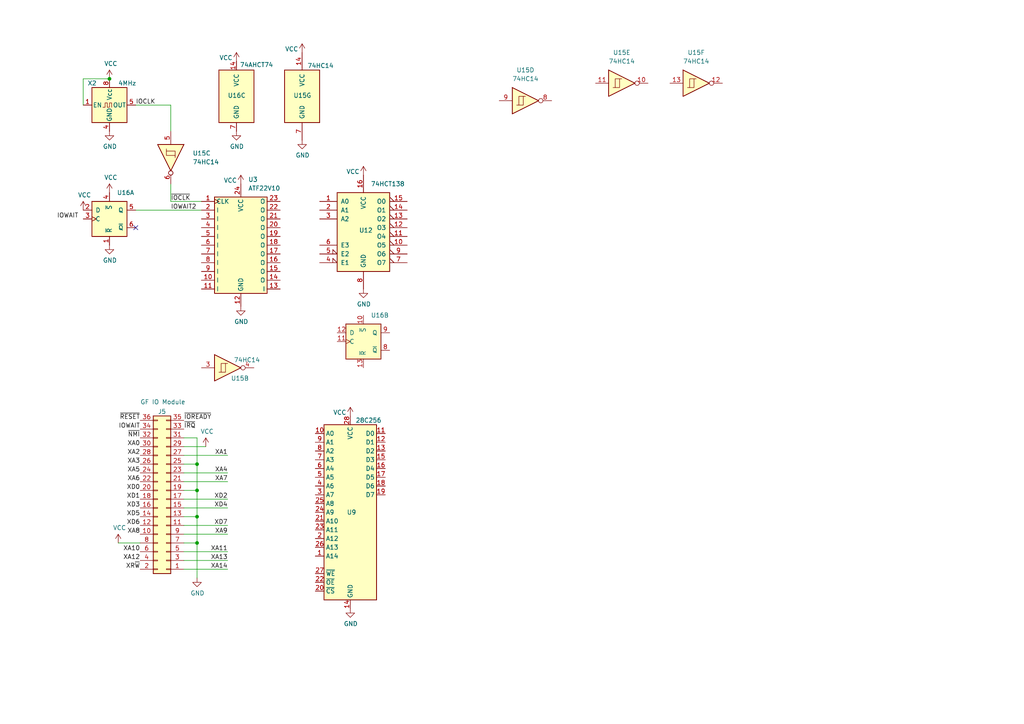
<source format=kicad_sch>
(kicad_sch (version 20250114) (generator "eeschema") (generator_version "9.0")
  (paper "A4")
  (lib_symbols
    (symbol "28C256:28C256"
      (property "Reference" "U" (at -7.62 26.67 0))
      (property "Value" "28C256" (at 2.54 -26.67 0))
      (symbol "28C256_1_1"
        (rectangle (start -7.62 25.4) (end 7.62 -25.4) (stroke (width 0.254)) (fill (type background)))
        (pin input line (at -10.16 22.86 0) (length 2.54) (name "A0") (number "10"))
        (pin input line (at -10.16 20.32 0) (length 2.54) (name "A1") (number "9"))
        (pin input line (at -10.16 17.78 0) (length 2.54) (name "A2") (number "8"))
        (pin input line (at -10.16 15.24 0) (length 2.54) (name "A3") (number "7"))
        (pin input line (at -10.16 12.7 0) (length 2.54) (name "A4") (number "6"))
        (pin input line (at -10.16 10.16 0) (length 2.54) (name "A5") (number "5"))
        (pin input line (at -10.16 7.62 0) (length 2.54) (name "A6") (number "4"))
        (pin input line (at -10.16 5.08 0) (length 2.54) (name "A7") (number "3"))
        (pin input line (at -10.16 2.54 0) (length 2.54) (name "A8") (number "25"))
        (pin input line (at -10.16 0 0) (length 2.54) (name "A9") (number "24"))
        (pin input line (at -10.16 -2.54 0) (length 2.54) (name "A10") (number "21"))
        (pin input line (at -10.16 -5.08 0) (length 2.54) (name "A11") (number "23"))
        (pin input line (at -10.16 -7.62 0) (length 2.54) (name "A12") (number "2"))
        (pin input line (at -10.16 -10.16 0) (length 2.54) (name "A13") (number "26"))
        (pin input line (at -10.16 -12.7 0) (length 2.54) (name "A14") (number "1"))
        (pin input line (at -10.16 -17.78 0) (length 2.54) (name "~{WE}") (number "27"))
        (pin input line (at -10.16 -20.32 0) (length 2.54) (name "~{OE}") (number "22"))
        (pin input line (at -10.16 -22.86 0) (length 2.54) (name "~{CS}") (number "20"))
        (pin power_in line (at 0 27.94 270) (length 2.54) (name "VCC") (number "28"))
        (pin power_in line (at 0 -27.94 90) (length 2.54) (name "GND") (number "14"))
        (pin tri_state line (at 10.16 22.86 180) (length 2.54) (name "D0") (number "11"))
        (pin tri_state line (at 10.16 20.32 180) (length 2.54) (name "D1") (number "12"))
        (pin tri_state line (at 10.16 17.78 180) (length 2.54) (name "D2") (number "13"))
        (pin tri_state line (at 10.16 15.24 180) (length 2.54) (name "D3") (number "15"))
        (pin tri_state line (at 10.16 12.7 180) (length 2.54) (name "D4") (number "16"))
        (pin tri_state line (at 10.16 10.16 180) (length 2.54) (name "D5") (number "17"))
        (pin tri_state line (at 10.16 7.62 180) (length 2.54) (name "D6") (number "18"))
        (pin tri_state line (at 10.16 5.08 180) (length 2.54) (name "D7") (number "19"))
      )
    )
    (symbol "74AHCT74:74AHCT74" (pin_names (offset 1.016))
      (property "Reference" "U15" (at -0.254 -1.524 0))
      (symbol "74AHCT74_1_0"
        (pin input line (at -7.62 2.54 0) (length 2.54) (name "D") (number "2"))
        (pin input clock (at -7.62 0 0) (length 2.54) (name "C") (number "3"))
        (pin input line (at 0 7.62 270) (length 2.54) (name "~{S}") (number "4"))
        (pin input line (at 0 -7.62 90) (length 2.54) (name "~{R}") (number "1"))
        (pin output line (at 7.62 2.54 180) (length 2.54) (name "Q") (number "5"))
        (pin output line (at 7.62 -2.54 180) (length 2.54) (name "~{Q}") (number "6"))
      )
      (symbol "74AHCT74_1_1"
        (rectangle (start -5.08 5.08) (end 5.08 -5.08) (stroke (width 0.254)) (fill (type background)))
      )
      (symbol "74AHCT74_2_0"
        (pin input line (at -7.62 2.54 0) (length 2.54) (name "D") (number "12"))
        (pin input clock (at -7.62 0 0) (length 2.54) (name "C") (number "11"))
        (pin input line (at 0 7.62 270) (length 2.54) (name "~{S}") (number "10"))
        (pin input line (at 0 -7.62 90) (length 2.54) (name "~{R}") (number "13"))
        (pin output line (at 7.62 2.54 180) (length 2.54) (name "Q") (number "9"))
        (pin output line (at 7.62 -2.54 180) (length 2.54) (name "~{Q}") (number "8"))
      )
      (symbol "74AHCT74_2_1"
        (rectangle (start -5.08 5.08) (end 5.08 -5.08) (stroke (width 0.254)) (fill (type background)))
      )
      (symbol "74AHCT74_3_0"
        (pin power_in line (at 0 10.16 270) (length 2.54) (name "VCC") (number "14"))
        (pin power_in line (at 0 -10.16 90) (length 2.54) (name "GND") (number "7"))
      )
      (symbol "74AHCT74_3_1"
        (rectangle (start -5.08 7.62) (end 5.08 -7.62) (stroke (width 0.254)) (fill (type background)))
      )
    )
    (symbol "74HC14:74HC14" (pin_names (offset 1.016))
      (property "Reference" "U" (at 0 1.27 0))
      (property "Value" "74HC14" (at 0 -1.27 0))
      (symbol "74HC14_1_0"
        (polyline (pts (xy -3.81 3.81) (xy -3.81 -3.81) (xy 3.81 0) (xy -3.81 3.81)) (stroke (width 0.254)) (fill (type background)))
        (pin input line (at -7.62 0 0) (length 3.81) (name "~") (number "1"))
        (pin output inverted (at 7.62 0 180) (length 3.81) (name "~") (number "2"))
      )
      (symbol "74HC14_1_1"
        (polyline (pts (xy -2.54 -1.27) (xy -0.635 -1.27) (xy -0.635 1.27) (xy 0 1.27)))
        (polyline (pts (xy -1.905 -1.27) (xy -1.905 1.27) (xy -0.635 1.27)))
      )
      (symbol "74HC14_2_0"
        (polyline (pts (xy -3.81 3.81) (xy -3.81 -3.81) (xy 3.81 0) (xy -3.81 3.81)) (stroke (width 0.254)) (fill (type background)))
        (pin input line (at -7.62 0 0) (length 3.81) (name "~") (number "3"))
        (pin output inverted (at 7.62 0 180) (length 3.81) (name "~") (number "4"))
      )
      (symbol "74HC14_2_1"
        (polyline (pts (xy -2.54 -1.27) (xy -0.635 -1.27) (xy -0.635 1.27) (xy 0 1.27)))
        (polyline (pts (xy -1.905 -1.27) (xy -1.905 1.27) (xy -0.635 1.27)))
      )
      (symbol "74HC14_3_0"
        (polyline (pts (xy -3.81 3.81) (xy -3.81 -3.81) (xy 3.81 0) (xy -3.81 3.81)) (stroke (width 0.254)) (fill (type background)))
        (pin input line (at -7.62 0 0) (length 3.81) (name "~") (number "5"))
        (pin output inverted (at 7.62 0 180) (length 3.81) (name "~") (number "6"))
      )
      (symbol "74HC14_3_1"
        (polyline (pts (xy -2.54 -1.27) (xy -0.635 -1.27) (xy -0.635 1.27) (xy 0 1.27)))
        (polyline (pts (xy -1.905 -1.27) (xy -1.905 1.27) (xy -0.635 1.27)))
      )
      (symbol "74HC14_4_0"
        (polyline (pts (xy -3.81 3.81) (xy -3.81 -3.81) (xy 3.81 0) (xy -3.81 3.81)) (stroke (width 0.254)) (fill (type background)))
        (pin input line (at -7.62 0 0) (length 3.81) (name "~") (number "9"))
        (pin output inverted (at 7.62 0 180) (length 3.81) (name "~") (number "8"))
      )
      (symbol "74HC14_4_1"
        (polyline (pts (xy -2.54 -1.27) (xy -0.635 -1.27) (xy -0.635 1.27) (xy 0 1.27)))
        (polyline (pts (xy -1.905 -1.27) (xy -1.905 1.27) (xy -0.635 1.27)))
      )
      (symbol "74HC14_5_0"
        (polyline (pts (xy -3.81 3.81) (xy -3.81 -3.81) (xy 3.81 0) (xy -3.81 3.81)) (stroke (width 0.254)) (fill (type background)))
        (pin input line (at -7.62 0 0) (length 3.81) (name "~") (number "11"))
        (pin output inverted (at 7.62 0 180) (length 3.81) (name "~") (number "10"))
      )
      (symbol "74HC14_5_1"
        (polyline (pts (xy -2.54 -1.27) (xy -0.635 -1.27) (xy -0.635 1.27) (xy 0 1.27)))
        (polyline (pts (xy -1.905 -1.27) (xy -1.905 1.27) (xy -0.635 1.27)))
      )
      (symbol "74HC14_6_0"
        (polyline (pts (xy -3.81 3.81) (xy -3.81 -3.81) (xy 3.81 0) (xy -3.81 3.81)) (stroke (width 0.254)) (fill (type background)))
        (pin input line (at -7.62 0 0) (length 3.81) (name "~") (number "13"))
        (pin output inverted (at 7.62 0 180) (length 3.81) (name "~") (number "12"))
      )
      (symbol "74HC14_6_1"
        (polyline (pts (xy -2.54 -1.27) (xy -0.635 -1.27) (xy -0.635 1.27) (xy 0 1.27)))
        (polyline (pts (xy -1.905 -1.27) (xy -1.905 1.27) (xy -0.635 1.27)))
      )
      (symbol "74HC14_7_0"
        (pin power_in line (at 0 12.7 270) (length 5.08) (name "VCC") (number "14"))
        (pin power_in line (at 0 -12.7 90) (length 5.08) (name "GND") (number "7"))
      )
      (symbol "74HC14_7_1"
        (rectangle (start -5.08 7.62) (end 5.08 -7.62) (stroke (width 0.254)) (fill (type background)))
      )
    )
    (symbol "74HCT138:74HCT138" (pin_names (offset 1.016))
      (property "Reference" "U" (at -7.62 11.43 0))
      (property "Value" "74HCT138" (at -7.62 -13.97 0))
      (symbol "74HCT138_1_0"
        (pin input line (at -12.7 7.62 0) (length 5.08) (name "A0") (number "1"))
        (pin input line (at -12.7 5.08 0) (length 5.08) (name "A1") (number "2"))
        (pin input line (at -12.7 2.54 0) (length 5.08) (name "A2") (number "3"))
        (pin input line (at -12.7 -5.08 0) (length 5.08) (name "E3") (number "6"))
        (pin input input_low (at -12.7 -7.62 0) (length 5.08) (name "E2") (number "5"))
        (pin input input_low (at -12.7 -10.16 0) (length 5.08) (name "E1") (number "4"))
        (pin power_in line (at 0 15.24 270) (length 5.08) (name "VCC") (number "16"))
        (pin power_in line (at 0 -17.78 90) (length 5.08) (name "GND") (number "8"))
        (pin output output_low (at 12.7 7.62 180) (length 5.08) (name "O0") (number "15"))
        (pin output output_low (at 12.7 5.08 180) (length 5.08) (name "O1") (number "14"))
        (pin output output_low (at 12.7 2.54 180) (length 5.08) (name "O2") (number "13"))
        (pin output output_low (at 12.7 0 180) (length 5.08) (name "O3") (number "12"))
        (pin output output_low (at 12.7 -2.54 180) (length 5.08) (name "O4") (number "11"))
        (pin output output_low (at 12.7 -5.08 180) (length 5.08) (name "O5") (number "10"))
        (pin output output_low (at 12.7 -7.62 180) (length 5.08) (name "O6") (number "9"))
        (pin output output_low (at 12.7 -10.16 180) (length 5.08) (name "O7") (number "7"))
      )
      (symbol "74HCT138_1_1"
        (rectangle (start -7.62 10.16) (end 7.62 -12.7) (stroke (width 0.254)) (fill (type background)))
      )
    )
    (symbol "ATF22V10:ATF22V10"
      (property "Reference" "U" (at 5.08 12.7 0))
      (property "Value" "ATF22V10" (at 5.08 15.24 0))
      (symbol "ATF22V10_0_1"
        (rectangle (start -7.62 11.43) (end 7.62 -16.51) (stroke (width 0.254)) (fill (type background)))
      )
      (symbol "ATF22V10_1_0"
        (pin power_in line (at 0 15.24 270) (length 3.81) (name "VCC") (number "24"))
        (pin power_in line (at 0 -20.32 90) (length 3.81) (name "GND") (number "12"))
      )
      (symbol "ATF22V10_1_1"
        (pin input clock (at -11.43 10.16 0) (length 3.81) (name "CLK") (number "1"))
        (pin input line (at -11.43 7.62 0) (length 3.81) (name "I") (number "2"))
        (pin input line (at -11.43 5.08 0) (length 3.81) (name "I") (number "3"))
        (pin input line (at -11.43 2.54 0) (length 3.81) (name "I") (number "4"))
        (pin input line (at -11.43 0 0) (length 3.81) (name "I") (number "5"))
        (pin input line (at -11.43 -2.54 0) (length 3.81) (name "I") (number "6"))
        (pin input line (at -11.43 -5.08 0) (length 3.81) (name "I") (number "7"))
        (pin input line (at -11.43 -7.62 0) (length 3.81) (name "I") (number "8"))
        (pin input line (at -11.43 -10.16 0) (length 3.81) (name "I") (number "9"))
        (pin input line (at -11.43 -12.7 0) (length 3.81) (name "I") (number "10"))
        (pin input line (at -11.43 -15.24 0) (length 3.81) (name "I") (number "11"))
        (pin bidirectional line (at 11.43 10.16 180) (length 3.81) (name "O") (number "23"))
        (pin bidirectional line (at 11.43 7.62 180) (length 3.81) (name "O") (number "22"))
        (pin bidirectional line (at 11.43 5.08 180) (length 3.81) (name "O") (number "21"))
        (pin bidirectional line (at 11.43 2.54 180) (length 3.81) (name "O") (number "20"))
        (pin bidirectional line (at 11.43 0 180) (length 3.81) (name "O") (number "19"))
        (pin bidirectional line (at 11.43 -2.54 180) (length 3.81) (name "O") (number "18"))
        (pin bidirectional line (at 11.43 -5.08 180) (length 3.81) (name "O") (number "17"))
        (pin bidirectional line (at 11.43 -7.62 180) (length 3.81) (name "O") (number "16"))
        (pin bidirectional line (at 11.43 -10.16 180) (length 3.81) (name "O") (number "15"))
        (pin bidirectional line (at 11.43 -12.7 180) (length 3.81) (name "O") (number "14"))
        (pin bidirectional line (at 11.43 -15.24 180) (length 3.81) (name "I") (number "13"))
      )
    )
    (symbol "Connector_Generic:Conn_02x18_Odd_Even" (pin_names (offset 1.016) (hide yes))
      (property "Reference" "J" (at 1.27 22.86 0))
      (property "Value" "Conn_02x18_Odd_Even" (at 1.27 -25.4 0))
      (symbol "Conn_02x18_Odd_Even_1_1"
        (rectangle (start -1.27 21.59) (end 3.81 -24.13) (stroke (width 0.254)) (fill (type background)))
        (rectangle (start -1.27 20.447) (end 0 20.193) (stroke (width 0.1524)))
        (rectangle (start -1.27 17.907) (end 0 17.653) (stroke (width 0.1524)))
        (rectangle (start -1.27 15.367) (end 0 15.113) (stroke (width 0.1524)))
        (rectangle (start -1.27 12.827) (end 0 12.573) (stroke (width 0.1524)))
        (rectangle (start -1.27 10.287) (end 0 10.033) (stroke (width 0.1524)))
        (rectangle (start -1.27 7.747) (end 0 7.493) (stroke (width 0.1524)))
        (rectangle (start -1.27 5.207) (end 0 4.953) (stroke (width 0.1524)))
        (rectangle (start -1.27 2.667) (end 0 2.413) (stroke (width 0.1524)))
        (rectangle (start -1.27 0.127) (end 0 -0.127) (stroke (width 0.1524)))
        (rectangle (start -1.27 -2.413) (end 0 -2.667) (stroke (width 0.1524)))
        (rectangle (start -1.27 -4.953) (end 0 -5.207) (stroke (width 0.1524)))
        (rectangle (start -1.27 -7.493) (end 0 -7.747) (stroke (width 0.1524)))
        (rectangle (start -1.27 -10.033) (end 0 -10.287) (stroke (width 0.1524)))
        (rectangle (start -1.27 -12.573) (end 0 -12.827) (stroke (width 0.1524)))
        (rectangle (start -1.27 -15.113) (end 0 -15.367) (stroke (width 0.1524)))
        (rectangle (start -1.27 -17.653) (end 0 -17.907) (stroke (width 0.1524)))
        (rectangle (start -1.27 -20.193) (end 0 -20.447) (stroke (width 0.1524)))
        (rectangle (start -1.27 -22.733) (end 0 -22.987) (stroke (width 0.1524)))
        (rectangle (start 3.81 20.447) (end 2.54 20.193) (stroke (width 0.1524)))
        (rectangle (start 3.81 17.907) (end 2.54 17.653) (stroke (width 0.1524)))
        (rectangle (start 3.81 15.367) (end 2.54 15.113) (stroke (width 0.1524)))
        (rectangle (start 3.81 12.827) (end 2.54 12.573) (stroke (width 0.1524)))
        (rectangle (start 3.81 10.287) (end 2.54 10.033) (stroke (width 0.1524)))
        (rectangle (start 3.81 7.747) (end 2.54 7.493) (stroke (width 0.1524)))
        (rectangle (start 3.81 5.207) (end 2.54 4.953) (stroke (width 0.1524)))
        (rectangle (start 3.81 2.667) (end 2.54 2.413) (stroke (width 0.1524)))
        (rectangle (start 3.81 0.127) (end 2.54 -0.127) (stroke (width 0.1524)))
        (rectangle (start 3.81 -2.413) (end 2.54 -2.667) (stroke (width 0.1524)))
        (rectangle (start 3.81 -4.953) (end 2.54 -5.207) (stroke (width 0.1524)))
        (rectangle (start 3.81 -7.493) (end 2.54 -7.747) (stroke (width 0.1524)))
        (rectangle (start 3.81 -10.033) (end 2.54 -10.287) (stroke (width 0.1524)))
        (rectangle (start 3.81 -12.573) (end 2.54 -12.827) (stroke (width 0.1524)))
        (rectangle (start 3.81 -15.113) (end 2.54 -15.367) (stroke (width 0.1524)))
        (rectangle (start 3.81 -17.653) (end 2.54 -17.907) (stroke (width 0.1524)))
        (rectangle (start 3.81 -20.193) (end 2.54 -20.447) (stroke (width 0.1524)))
        (rectangle (start 3.81 -22.733) (end 2.54 -22.987) (stroke (width 0.1524)))
        (pin passive line (at -5.08 20.32 0) (length 3.81) (name "Pin_1") (number "1"))
        (pin passive line (at -5.08 17.78 0) (length 3.81) (name "Pin_3") (number "3"))
        (pin passive line (at -5.08 15.24 0) (length 3.81) (name "Pin_5") (number "5"))
        (pin passive line (at -5.08 12.7 0) (length 3.81) (name "Pin_7") (number "7"))
        (pin passive line (at -5.08 10.16 0) (length 3.81) (name "Pin_9") (number "9"))
        (pin passive line (at -5.08 7.62 0) (length 3.81) (name "Pin_11") (number "11"))
        (pin passive line (at -5.08 5.08 0) (length 3.81) (name "Pin_13") (number "13"))
        (pin passive line (at -5.08 2.54 0) (length 3.81) (name "Pin_15") (number "15"))
        (pin passive line (at -5.08 0 0) (length 3.81) (name "Pin_17") (number "17"))
        (pin passive line (at -5.08 -2.54 0) (length 3.81) (name "Pin_19") (number "19"))
        (pin passive line (at -5.08 -5.08 0) (length 3.81) (name "Pin_21") (number "21"))
        (pin passive line (at -5.08 -7.62 0) (length 3.81) (name "Pin_23") (number "23"))
        (pin passive line (at -5.08 -10.16 0) (length 3.81) (name "Pin_25") (number "25"))
        (pin passive line (at -5.08 -12.7 0) (length 3.81) (name "Pin_27") (number "27"))
        (pin passive line (at -5.08 -15.24 0) (length 3.81) (name "Pin_29") (number "29"))
        (pin passive line (at -5.08 -17.78 0) (length 3.81) (name "Pin_31") (number "31"))
        (pin passive line (at -5.08 -20.32 0) (length 3.81) (name "Pin_33") (number "33"))
        (pin passive line (at -5.08 -22.86 0) (length 3.81) (name "Pin_35") (number "35"))
        (pin passive line (at 7.62 20.32 180) (length 3.81) (name "Pin_2") (number "2"))
        (pin passive line (at 7.62 17.78 180) (length 3.81) (name "Pin_4") (number "4"))
        (pin passive line (at 7.62 15.24 180) (length 3.81) (name "Pin_6") (number "6"))
        (pin passive line (at 7.62 12.7 180) (length 3.81) (name "Pin_8") (number "8"))
        (pin passive line (at 7.62 10.16 180) (length 3.81) (name "Pin_10") (number "10"))
        (pin passive line (at 7.62 7.62 180) (length 3.81) (name "Pin_12") (number "12"))
        (pin passive line (at 7.62 5.08 180) (length 3.81) (name "Pin_14") (number "14"))
        (pin passive line (at 7.62 2.54 180) (length 3.81) (name "Pin_16") (number "16"))
        (pin passive line (at 7.62 0 180) (length 3.81) (name "Pin_18") (number "18"))
        (pin passive line (at 7.62 -2.54 180) (length 3.81) (name "Pin_20") (number "20"))
        (pin passive line (at 7.62 -5.08 180) (length 3.81) (name "Pin_22") (number "22"))
        (pin passive line (at 7.62 -7.62 180) (length 3.81) (name "Pin_24") (number "24"))
        (pin passive line (at 7.62 -10.16 180) (length 3.81) (name "Pin_26") (number "26"))
        (pin passive line (at 7.62 -12.7 180) (length 3.81) (name "Pin_28") (number "28"))
        (pin passive line (at 7.62 -15.24 180) (length 3.81) (name "Pin_30") (number "30"))
        (pin passive line (at 7.62 -17.78 180) (length 3.81) (name "Pin_32") (number "32"))
        (pin passive line (at 7.62 -20.32 180) (length 3.81) (name "Pin_34") (number "34"))
        (pin passive line (at 7.62 -22.86 180) (length 3.81) (name "Pin_36") (number "36"))
      )
    )
    (symbol "Oscillator:CXO_DIP8" (pin_names (offset 0.254))
      (property "Reference" "X" (at -5.08 6.35 0))
      (property "Value" "CXO_DIP8" (at 1.27 -6.35 0))
      (symbol "CXO_DIP8_0_1"
        (rectangle (start -5.08 5.08) (end 5.08 -5.08) (stroke (width 0.254)) (fill (type background)))
        (polyline (pts (xy -1.905 -0.635) (xy -1.27 -0.635) (xy -1.27 0.635) (xy -0.635 0.635) (xy -0.635 -0.635) (xy 0 -0.635) (xy 0 0.635) (xy 0.635 0.635) (xy 0.635 -0.635)))
      )
      (symbol "CXO_DIP8_1_1"
        (pin input line (at -7.62 0 0) (length 2.54) (name "EN") (number "1"))
        (pin power_in line (at 0 7.62 270) (length 2.54) (name "Vcc") (number "8"))
        (pin power_in line (at 0 -7.62 90) (length 2.54) (name "GND") (number "4"))
        (pin output line (at 7.62 0 180) (length 2.54) (name "OUT") (number "5"))
      )
    )
    (symbol "power:GND" (power) (pin_names (offset 0))
      (property "Value" "GND" (at 0 -3.81 0))
      (symbol "GND_0_1"
        (polyline (pts (xy 0 0) (xy 0 -1.27) (xy 1.27 -1.27) (xy 0 -2.54) (xy -1.27 -1.27) (xy 0 -1.27)))
      )
      (symbol "GND_1_1"
        (pin power_in line (at 0 0 270) (length 0) (hide yes) (name "GND") (number "1"))
      )
    )
    (symbol "power:VCC" (power) (pin_names (offset 0))
      (property "Value" "VCC" (at 0 3.81 0))
      (symbol "VCC_0_1"
        (polyline (pts (xy -0.762 1.27) (xy 0 2.54)))
        (polyline (pts (xy 0 2.54) (xy 0.762 1.27)))
        (polyline (pts (xy 0 0) (xy 0 2.54)))
      )
      (symbol "VCC_1_1"
        (pin power_in line (at 0 0 90) (length 0) (hide yes) (name "VCC") (number "1"))
      )
    )
  )
  (junction (at 57.15 142.24))
  (junction (at 57.15 134.62))
  (junction (at 57.15 157.48))
  (junction (at 31.75 22.86))
  (junction (at 57.15 149.86))
  (no_connect (at 39.37 66.04))
  (wire (pts (xy 49.53 30.48) (xy 49.53 38.1)))
  (wire (pts (xy 57.15 134.62) (xy 57.15 142.24)))
  (wire (pts (xy 24.13 22.86) (xy 31.75 22.86)))
  (wire (pts (xy 66.04 137.16) (xy 53.34 137.16)))
  (wire (pts (xy 53.34 127) (xy 57.15 127)))
  (wire (pts (xy 66.04 132.08) (xy 53.34 132.08)))
  (wire (pts (xy 57.15 127) (xy 57.15 134.62)))
  (wire (pts (xy 24.13 30.48) (xy 24.13 22.86)))
  (wire (pts (xy 53.34 134.62) (xy 57.15 134.62)))
  (wire (pts (xy 66.04 154.94) (xy 53.34 154.94)))
  (wire (pts (xy 49.53 58.42) (xy 58.42 58.42)))
  (wire (pts (xy 57.15 149.86) (xy 57.15 157.48)))
  (wire (pts (xy 39.37 60.96) (xy 58.42 60.96)))
  (wire (pts (xy 66.04 144.78) (xy 53.34 144.78)))
  (wire (pts (xy 66.04 139.7) (xy 53.34 139.7)))
  (wire (pts (xy 66.04 147.32) (xy 53.34 147.32)))
  (wire (pts (xy 53.34 129.54) (xy 59.69 129.54)))
  (wire (pts (xy 53.34 142.24) (xy 57.15 142.24)))
  (wire (pts (xy 66.04 160.02) (xy 53.34 160.02)))
  (wire (pts (xy 34.29 157.48) (xy 40.64 157.48)))
  (wire (pts (xy 53.34 157.48) (xy 57.15 157.48)))
  (wire (pts (xy 53.34 149.86) (xy 57.15 149.86)))
  (wire (pts (xy 66.04 165.1) (xy 53.34 165.1)))
  (wire (pts (xy 66.04 162.56) (xy 53.34 162.56)))
  (wire (pts (xy 57.15 142.24) (xy 57.15 149.86)))
  (wire (pts (xy 39.37 30.48) (xy 49.53 30.48)))
  (wire (pts (xy 66.04 152.4) (xy 53.34 152.4)))
  (wire (pts (xy 49.53 53.34) (xy 49.53 58.42)))
  (wire (pts (xy 57.15 157.48) (xy 57.15 167.64)))
  (label "XA1" (at 66.04 132.08 180))
  (label "XA14" (at 66.04 165.1 180))
  (label "XA11" (at 66.04 160.02 180))
  (label "IOWAIT" (at 40.64 124.46 180))
  (label "IOWAIT2" (at 49.53 60.96 0))
  (label "~{NMI}" (at 40.64 127 180))
  (label "XD0" (at 40.64 142.24 180))
  (label "XA4" (at 66.04 137.16 180))
  (label "XD4" (at 66.04 147.32 180))
  (label "XA12" (at 40.64 162.56 180))
  (label "XR~{W}" (at 40.64 165.1 180))
  (label "XA8" (at 40.64 154.94 180))
  (label "XA0" (at 40.64 129.54 180))
  (label "XA13" (at 66.04 162.56 180))
  (label "XD6" (at 40.64 152.4 180))
  (label "XA2" (at 40.64 132.08 180))
  (label "XA5" (at 40.64 137.16 180))
  (label "XA9" (at 66.04 154.94 180))
  (label "XD5" (at 40.64 149.86 180))
  (label "XA10" (at 40.64 160.02 180))
  (label "~{IOCLK}" (at 49.53 58.42 0))
  (label "XD2" (at 66.04 144.78 180))
  (label "XD7" (at 66.04 152.4 180))
  (label "IOWAIT" (at 16.51 63.5 0))
  (label "IOCLK" (at 39.37 30.48 0))
  (label "XA7" (at 66.04 139.7 180))
  (label "XD1" (at 40.64 144.78 180))
  (label "XA3" (at 40.64 134.62 180))
  (label "XA6" (at 40.64 139.7 180))
  (label "~{IOREADY}" (at 53.34 121.92 0))
  (label "~{RESET}" (at 40.64 121.92 180))
  (label "XD3" (at 40.64 147.32 180))
  (label "~{IRQ}" (at 53.34 124.46 0))
  (symbol (lib_id "power:VCC") (at 34.29 157.48 0) (unit 1)
    (property "Reference" "#PWR045" (effects (hide yes)))
    (property "Value" "VCC" (at 34.671 153.0858 0))
  )
  (symbol (lib_id "power:VCC") (at 31.75 55.88 0) (unit 1)
    (property "Reference" "#PWR059" (effects (hide yes)))
    (property "Value" "VCC" (at 32.131 51.4858 0))
  )
  (symbol (lib_id "28C256:28C256") (at 101.6 148.59 0) (unit 1)
    (property "Reference" "U9" (at 100.584 148.59 0) (effects (justify left)))
    (property "Value" "28C256" (at 103.124 121.92 0) (effects (justify left)))
    (property "Footprint" "Package_DIP:DIP-28_W15.24mm_Socket" (effects (hide yes)))
    (property "Datasheet" "http://ww1.microchip.com/downloads/en/DeviceDoc/doc0006.pdf" (effects (hide yes)))
    (property "Description" "Paged Parallel EEPROM 256Kb (32K x 8), DIP-28/SOIC-28" (effects (hide yes)))
  )
  (symbol (lib_id "74AHCT74:74AHCT74") (at 31.75 63.5 0) (unit 1)
    (property "Reference" "U16" (at 33.8933 55.88 0) (effects (justify left)))
    (property "Value" "74AHCT74" (effects (hide yes)))
    (property "Footprint" "Package_DIP:DIP-14_W7.62mm_Socket" (effects (hide yes)))
    (property "Datasheet" "https://www.ti.com/lit/ds/symlink/sn74ahct74.pdf" (effects (hide yes)))
  )
  (symbol (lib_id "Oscillator:CXO_DIP8") (at 31.75 30.48 0) (unit 1)
    (property "Reference" "X2" (at 25.4 24.13 0) (effects (justify left)))
    (property "Value" "4MHz" (at 34.29 24.13 0) (effects (justify left)))
    (property "Footprint" "Oscillator:Oscillator_DIP-8" (effects (hide yes)))
    (property "Datasheet" "http://cdn-reichelt.de/documents/datenblatt/B400/OSZI.pdf" (effects (hide yes)))
  )
  (symbol (lib_id "ATF22V10:ATF22V10") (at 69.85 68.58 0) (unit 1)
    (property "Reference" "U3" (at 71.9933 52.07 0) (effects (justify left)))
    (property "Value" "ATF22V10" (at 71.9933 54.61 0) (effects (justify left)))
    (property "Footprint" "Package_DIP:DIP-24_W7.62mm_Socket" (effects (hide yes)))
    (property "Datasheet" "https://k1.spdns.de/Develop/Projects/GalAsm/info/galer/gal22v10.html" (effects (hide yes)))
  )
  (symbol (lib_id "74HC14:74HC14") (at 66.04 106.68 0) (unit 2)
    (property "Reference" "U15" (at 69.596 109.728 0))
    (property "Value" "74HC14" (at 71.628 104.394 0))
  )
  (symbol (lib_id "74AHCT74:74AHCT74") (at 68.58 27.94 0) (unit 3)
    (property "Reference" "U16" (at 66.04 27.686 0) (effects (justify left)))
    (property "Value" "74AHCT74" (at 74.422 18.796 0))
    (property "Footprint" "Package_DIP:DIP-14_W7.62mm_Socket" (effects (hide yes)))
    (property "Datasheet" "https://www.ti.com/lit/ds/symlink/sn74ahct74.pdf" (effects (hide yes)))
  )
  (symbol (lib_id "power:VCC") (at 105.41 50.8 0) (unit 1)
    (property "Reference" "#PWR063" (effects (hide yes)))
    (property "Value" "VCC" (at 102.362 49.784 0))
  )
  (symbol (lib_id "power:GND") (at 101.6 176.53 0) (unit 1)
    (property "Reference" "#PWR068" (effects (hide yes)))
    (property "Value" "GND" (at 101.727 180.9242 0))
  )
  (symbol (lib_id "74HC14:74HC14") (at -30.48 16.51 0) (unit 1)
    (property "Reference" "U15" (at -30.48 7.62 0))
    (property "Value" "74HC14" (at -30.48 10.16 0))
  )
  (symbol (lib_id "74HC14:74HC14") (at 87.63 27.94 0) (unit 7)
    (property "Reference" "U15" (at 85.09 27.686 0) (effects (justify left)))
    (property "Value" "74HC14" (at 89.154 19.05 0) (effects (justify left)))
  )
  (symbol (lib_id "Connector_Generic:Conn_02x18_Odd_Even") (at 48.26 144.78 180) (unit 1)
    (property "Reference" "J5" (at 46.99 119.38 0))
    (property "Value" "GF IO Module" (at 47.244 116.586 0))
    (property "Footprint" "Connector_PinHeader_2.54mm:PinHeader_2x18_P2.54mm_Vertical" (effects (hide yes)))
  )
  (symbol (lib_id "power:GND") (at 105.41 83.82 0) (unit 1)
    (property "Reference" "#PWR067" (effects (hide yes)))
    (property "Value" "GND" (at 105.537 88.2142 0))
  )
  (symbol (lib_id "power:VCC") (at 101.6 120.65 0) (unit 1)
    (property "Reference" "#PWR065" (effects (hide yes)))
    (property "Value" "VCC" (at 98.552 119.634 0))
  )
  (symbol (lib_id "power:VCC") (at 68.58 17.78 0) (unit 1)
    (property "Reference" "#PWR057" (effects (hide yes)))
    (property "Value" "VCC" (at 65.532 16.764 0))
  )
  (symbol (lib_id "74HC14:74HC14") (at 180.34 24.13 0) (unit 5)
    (property "Reference" "U15" (at 180.34 15.24 0))
    (property "Value" "74HC14" (at 180.34 17.78 0))
  )
  (symbol (lib_id "power:GND") (at 68.58 38.1 0) (unit 1)
    (property "Reference" "#PWR058" (effects (hide yes)))
    (property "Value" "GND" (at 68.707 42.4942 0))
  )
  (symbol (lib_id "power:VCC") (at 59.69 129.54 0) (unit 1)
    (property "Reference" "#PWR051" (effects (hide yes)))
    (property "Value" "VCC" (at 60.071 125.1458 0))
  )
  (symbol (lib_id "power:GND") (at 87.63 40.64 0) (unit 1)
    (property "Reference" "#PWR056" (effects (hide yes)))
    (property "Value" "GND" (at 87.757 45.0342 0))
  )
  (symbol (lib_id "74HC14:74HC14") (at 152.4 29.21 0) (unit 4)
    (property "Reference" "U15" (at 152.4 20.32 0))
    (property "Value" "74HC14" (at 152.4 22.86 0))
  )
  (symbol (lib_id "power:VCC") (at 24.13 60.96 0) (unit 1)
    (property "Reference" "#PWR061" (effects (hide yes)))
    (property "Value" "VCC" (at 24.511 56.5658 0))
  )
  (symbol (lib_id "74HC14:74HC14") (at 49.53 45.72 270) (unit 3)
    (property "Reference" "U15" (at 55.88 44.4499 90) (effects (justify left)))
    (property "Value" "74HC14" (at 55.88 46.9899 90) (effects (justify left)))
  )
  (symbol (lib_id "74AHCT74:74AHCT74") (at 105.41 99.06 0) (unit 2)
    (property "Reference" "U16" (at 107.5533 91.44 0) (effects (justify left)))
    (property "Value" "74AHCT74" (effects (hide yes)))
    (property "Footprint" "Package_DIP:DIP-14_W7.62mm_Socket" (effects (hide yes)))
    (property "Datasheet" "https://www.ti.com/lit/ds/symlink/sn74ahct74.pdf" (effects (hide yes)))
  )
  (symbol (lib_id "power:GND") (at 57.15 167.64 0) (unit 1)
    (property "Reference" "#PWR053" (effects (hide yes)))
    (property "Value" "GND" (at 57.277 172.0342 0))
  )
  (symbol (lib_id "power:GND") (at 69.85 88.9 0) (unit 1)
    (property "Reference" "#PWR066" (effects (hide yes)))
    (property "Value" "GND" (at 69.977 93.2942 0))
  )
  (symbol (lib_id "74HCT138:74HCT138") (at 105.41 66.04 0) (unit 1)
    (property "Reference" "U12" (at 104.14 66.802 0) (effects (justify left)))
    (property "Value" "74HCT138" (at 107.5533 53.34 0) (effects (justify left)))
    (property "Footprint" "Package_DIP:DIP-16_W7.62mm_Socket" (effects (hide yes)))
    (property "Datasheet" "https://www.ti.com/lit/ds/symlink/sn74hct138.pdf" (effects (hide yes)))
  )
  (symbol (lib_id "74HC14:74HC14") (at 201.93 24.13 0) (unit 6)
    (property "Reference" "U15" (at 201.93 15.24 0))
    (property "Value" "74HC14" (at 201.93 17.78 0))
  )
  (symbol (lib_id "power:GND") (at 31.75 71.12 0) (unit 1)
    (property "Reference" "#PWR060" (effects (hide yes)))
    (property "Value" "GND" (at 31.877 75.5142 0))
  )
  (symbol (lib_id "power:VCC") (at 31.75 22.86 0) (unit 1)
    (property "Reference" "#PWR052" (effects (hide yes)))
    (property "Value" "VCC" (at 32.131 18.4658 0))
  )
  (symbol (lib_id "power:VCC") (at 87.63 15.24 0) (unit 1)
    (property "Reference" "#PWR055" (effects (hide yes)))
    (property "Value" "VCC" (at 84.582 14.224 0))
  )
  (symbol (lib_id "power:VCC") (at 69.85 53.34 0) (unit 1)
    (property "Reference" "#PWR062" (effects (hide yes)))
    (property "Value" "VCC" (at 66.802 52.324 0))
  )
  (symbol (lib_id "power:GND") (at 31.75 38.1 0) (unit 1)
    (property "Reference" "#PWR054" (effects (hide yes)))
    (property "Value" "GND" (at 31.877 42.4942 0))
  )
)
</source>
